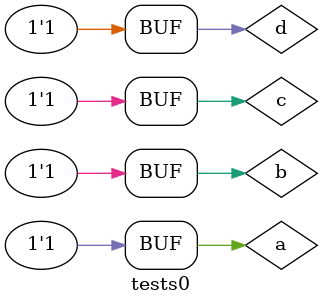
<source format=v>

module s0 (s, a, b, c, d);

output s;
input a, b, c, d;
wire temp[0:11];

and AND1 (temp[0], ~a, ~b);
and AND2 (temp[1], b, d);
and AND3 (temp[2], ~c, ~d);
and AND4 (temp[3], a, c);

xor XOR1 (temp[8], c, d);
xor XOR2 (temp[9], a, c);
xor XOR3 (temp[10], a, b);
xor XOR4 (temp[11], b, d);
and AND5 (temp[4], temp[0], temp[8]);
and AND6 (temp[5], temp[1], temp[9]);
and AND7 (temp[6], temp[2], temp[10]);
and AND8 (temp[7], temp[3], temp[11]);
or OR1 (s, temp[4], temp[5], temp[6], temp[7]);

endmodule //

module tests0;  

wire s;
reg a, b, c, d;

s0 s0 (s, a, b, c, d);

 initial begin
      $display("\Prova 01_f - Ludmily Caldeira da Silva - 417290\n");
      $display("TESTE\n");
      $display("\na   b   c    d    s0\n");
      $monitor("%b   %b   %b    %b    %b", a, b, c, d, s);
		
		  a=0; b=0; c=0; d=0;
    #1  a=0; b=0; c=0; d=1;
    #1  a=0; b=0; c=1; d=0;
    #1  a=0; b=0; c=1; d=1;
	 #1  a=0; b=1; c=0; d=0;
    #1  a=0; b=1; c=0; d=1;
    #1  a=0; b=1; c=1; d=0;
    #1  a=0; b=1; c=1; d=1;
    #1  a=1; b=0; c=0; d=0;
    #1  a=1; b=0; c=0; d=1;
    #1  a=1; b=0; c=1; d=0;
	 #1  a=1; b=0; c=1; d=1;
    #1  a=1; b=1; c=0; d=0;
    #1  a=1; b=1; c=0; d=1;
    #1  a=1; b=1; c=1; d=0;
    #1  a=1; b=1; c=1; d=1;  
	    		  
    end
 
endmodule //

/*

RESULTADOS OBTIDOS

    Prova 01_f - Ludmily Caldeira da Silva - 417290
    
    TESTE
    
    
    a   b   c    d    s0
    
    0   0   0    0    0
    0   0   0    1    1
    0   0   1    0    1
    0   0   1    1    0
    0   1   0    0    1
    0   1   0    1    0
    0   1   1    0    0
    0   1   1    1    1
    1   0   0    0    1
    1   0   0    1    0
    1   0   1    0    0
    1   0   1    1    1
    1   1   0    0    0
    1   1   0    1    1
    1   1   1    0    1
    1   1   1    1    0 

*/
</source>
